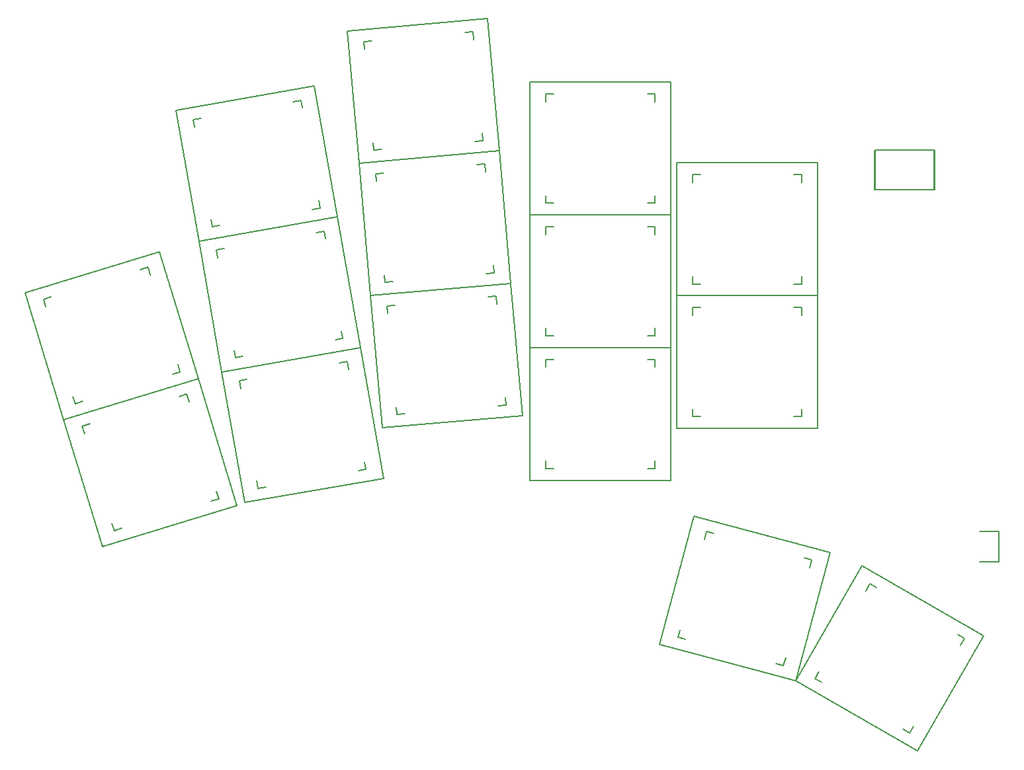
<source format=gbr>
%TF.GenerationSoftware,KiCad,Pcbnew,(6.0.4)*%
%TF.CreationDate,2022-05-15T06:43:47+02:00*%
%TF.ProjectId,battoota,62617474-6f6f-4746-912e-6b696361645f,v1.0.0*%
%TF.SameCoordinates,Original*%
%TF.FileFunction,OtherDrawing,Comment*%
%FSLAX46Y46*%
G04 Gerber Fmt 4.6, Leading zero omitted, Abs format (unit mm)*
G04 Created by KiCad (PCBNEW (6.0.4)) date 2022-05-15 06:43:47*
%MOMM*%
%LPD*%
G01*
G04 APERTURE LIST*
%ADD10C,0.150000*%
G04 APERTURE END LIST*
D10*
%TO.C,T1*%
X166410225Y53758029D02*
X163910225Y53758029D01*
X163910225Y57658029D02*
X166410225Y57658029D01*
X166410225Y57658029D02*
X166410225Y53758029D01*
%TO.C,S11*%
X63451567Y109438376D02*
X63277918Y110423184D01*
X77065227Y112854259D02*
X77238875Y111869451D01*
X79322653Y100051758D02*
X79496302Y99066950D01*
X78511494Y98893302D02*
X79496302Y99066950D01*
X65708993Y96635875D02*
X66693801Y96809524D01*
X81726389Y97937035D02*
X63999850Y94811368D01*
X64262726Y110596832D02*
X63277918Y110423184D01*
X77065227Y112854259D02*
X76080419Y112680610D01*
X78774370Y114678766D02*
X81726389Y97937035D01*
X61047831Y111553099D02*
X78774370Y114678766D01*
X63999850Y94811368D02*
X61047831Y111553099D01*
X65708993Y96635875D02*
X65535345Y97620683D01*
%TO.C,S34*%
X161990823Y43922391D02*
X161490823Y43056365D01*
X148884416Y53221429D02*
X164472874Y44221429D01*
X164472874Y44221429D02*
X155972874Y29498997D01*
X142866467Y38798035D02*
X143732493Y38298035D01*
X149366467Y50056365D02*
X149866467Y50922391D01*
X140384416Y38498997D02*
X148884416Y53221429D01*
X161990823Y43922391D02*
X161124797Y44422391D01*
X155972874Y29498997D02*
X140384416Y38498997D01*
X154124797Y32298035D02*
X154990823Y31798035D01*
X155490823Y32664061D02*
X154990823Y31798035D01*
X142866467Y38798035D02*
X143366467Y39664061D01*
X150732493Y50422391D02*
X149866467Y50922391D01*
%TO.C,S15*%
X103928219Y89430914D02*
X85996715Y87862110D01*
X84515067Y104797420D02*
X102446571Y106366224D01*
X100584916Y104697620D02*
X100672071Y103701425D01*
X100584916Y104697620D02*
X99588721Y104610464D01*
X85996715Y87862110D02*
X84515067Y104797420D01*
X100808901Y90663739D02*
X101805096Y90750894D01*
X102446571Y106366224D02*
X103928219Y89430914D01*
X101717940Y91747089D02*
X101805096Y90750894D01*
X87858370Y89530714D02*
X87771215Y90526909D01*
X87858370Y89530714D02*
X88854565Y89617870D01*
X86725346Y102481245D02*
X86638190Y103477440D01*
X87634385Y103564595D02*
X86638190Y103477440D01*
%TO.C,S21*%
X124411087Y81186017D02*
X106411087Y81186017D01*
X109411087Y96686017D02*
X108411087Y96686017D01*
X122411087Y83686017D02*
X122411087Y82686017D01*
X124411087Y98186017D02*
X124411087Y81186017D01*
X106411087Y81186017D02*
X106411087Y98186017D01*
X122411087Y96686017D02*
X122411087Y95686017D01*
X121411087Y82686017D02*
X122411087Y82686017D01*
X108411087Y95686017D02*
X108411087Y96686017D01*
X122411087Y96686017D02*
X121411087Y96686017D01*
X108411087Y82686017D02*
X108411087Y83686017D01*
X108411087Y82686017D02*
X109411087Y82686017D01*
X106411087Y98186017D02*
X124411087Y98186017D01*
%TO.C,S8*%
X70166764Y77113368D02*
X69181956Y76939720D01*
X87630427Y64453571D02*
X69903888Y61327904D01*
X82969265Y79370795D02*
X83142913Y78385987D01*
X69903888Y61327904D02*
X66951869Y78069635D01*
X84415532Y65409838D02*
X85400340Y65583486D01*
X85226691Y66568294D02*
X85400340Y65583486D01*
X84678408Y81195302D02*
X87630427Y64453571D01*
X66951869Y78069635D02*
X84678408Y81195302D01*
X69355605Y75954912D02*
X69181956Y76939720D01*
X82969265Y79370795D02*
X81984457Y79197146D01*
X71613031Y63152411D02*
X72597839Y63326060D01*
X71613031Y63152411D02*
X71439383Y64137219D01*
%TO.C,S14*%
X89340018Y72595404D02*
X89252863Y73591599D01*
X105409867Y72495604D02*
X87478363Y70926800D01*
X103928219Y89430914D02*
X105409867Y72495604D01*
X85996715Y87862110D02*
X103928219Y89430914D01*
X89116033Y86629285D02*
X88119838Y86542130D01*
X102066564Y87762310D02*
X101070369Y87675154D01*
X87478363Y70926800D02*
X85996715Y87862110D01*
X88206994Y85545935D02*
X88119838Y86542130D01*
X89340018Y72595404D02*
X90336213Y72682560D01*
X102066564Y87762310D02*
X102153719Y86766115D01*
X102290549Y73728429D02*
X103286744Y73815584D01*
X103199588Y74811779D02*
X103286744Y73815584D01*
%TO.C,S20*%
X108411087Y78686017D02*
X108411087Y79686017D01*
X122411087Y66686017D02*
X122411087Y65686017D01*
X106411087Y64186017D02*
X106411087Y81186017D01*
X106411087Y81186017D02*
X124411087Y81186017D01*
X109411087Y79686017D02*
X108411087Y79686017D01*
X122411087Y79686017D02*
X122411087Y78686017D01*
X122411087Y79686017D02*
X121411087Y79686017D01*
X121411087Y65686017D02*
X122411087Y65686017D01*
X124411087Y81186017D02*
X124411087Y64186017D01*
X124411087Y64186017D02*
X106411087Y64186017D01*
X108411087Y65686017D02*
X108411087Y66686017D01*
X108411087Y65686017D02*
X109411087Y65686017D01*
%TO.C,S28*%
X141192000Y86342500D02*
X140192000Y86342500D01*
X140192000Y72342500D02*
X141192000Y72342500D01*
X128192000Y86342500D02*
X127192000Y86342500D01*
X127192000Y85342500D02*
X127192000Y86342500D01*
X143192000Y70842500D02*
X125192000Y70842500D01*
X143192000Y87842500D02*
X143192000Y70842500D01*
X141192000Y86342500D02*
X141192000Y85342500D01*
X141192000Y73342500D02*
X141192000Y72342500D01*
X125192000Y87842500D02*
X143192000Y87842500D01*
X125192000Y70842500D02*
X125192000Y87842500D01*
X127192000Y72342500D02*
X128192000Y72342500D01*
X127192000Y72342500D02*
X127192000Y73342500D01*
%TO.C,S29*%
X143192000Y87842500D02*
X125192000Y87842500D01*
X125192000Y104842500D02*
X143192000Y104842500D01*
X140192000Y89342500D02*
X141192000Y89342500D01*
X127192000Y89342500D02*
X128192000Y89342500D01*
X127192000Y102342500D02*
X127192000Y103342500D01*
X141192000Y103342500D02*
X140192000Y103342500D01*
X125192000Y87842500D02*
X125192000Y104842500D01*
X141192000Y103342500D02*
X141192000Y102342500D01*
X141192000Y90342500D02*
X141192000Y89342500D01*
X127192000Y89342500D02*
X127192000Y90342500D01*
X143192000Y104842500D02*
X143192000Y87842500D01*
X128192000Y103342500D02*
X127192000Y103342500D01*
%TO.C,S33*%
X154124797Y32298035D02*
X154990823Y31798035D01*
X161990823Y43922391D02*
X161490823Y43056365D01*
X142866467Y38798035D02*
X143366467Y39664061D01*
X149366467Y50056365D02*
X149866467Y50922391D01*
X140384416Y38498997D02*
X148884416Y53221429D01*
X155490823Y32664061D02*
X154990823Y31798035D01*
X161990823Y43922391D02*
X161124797Y44422391D01*
X148884416Y53221429D02*
X164472874Y44221429D01*
X164472874Y44221429D02*
X155972874Y29498997D01*
X150732493Y50422391D02*
X149866467Y50922391D01*
X142866467Y38798035D02*
X143732493Y38298035D01*
X155972874Y29498997D02*
X140384416Y38498997D01*
%TO.C,S7*%
X84415532Y65409838D02*
X85400340Y65583486D01*
X71613031Y63152411D02*
X72597839Y63326060D01*
X66951869Y78069635D02*
X84678408Y81195302D01*
X70166764Y77113368D02*
X69181956Y76939720D01*
X69903888Y61327904D02*
X66951869Y78069635D01*
X82969265Y79370795D02*
X83142913Y78385987D01*
X87630427Y64453571D02*
X69903888Y61327904D01*
X82969265Y79370795D02*
X81984457Y79197146D01*
X85226691Y66568294D02*
X85400340Y65583486D01*
X84678408Y81195302D02*
X87630427Y64453571D01*
X71613031Y63152411D02*
X71439383Y64137219D01*
X69355605Y75954912D02*
X69181956Y76939720D01*
%TO.C,T2*%
X166410225Y53758029D02*
X163910225Y53758029D01*
X166410225Y57658029D02*
X166410225Y53758029D01*
X163910225Y57658029D02*
X166410225Y57658029D01*
%TO.C,S5*%
X61290623Y79038736D02*
X61582994Y78082432D01*
X60626689Y77790060D02*
X61582994Y78082432D01*
X45057829Y87669866D02*
X44101524Y87377494D01*
X41750357Y88227208D02*
X58963842Y93489899D01*
X44393895Y86421190D02*
X44101524Y87377494D01*
X48194728Y73989228D02*
X49151032Y74281599D01*
X57489790Y91470698D02*
X57782162Y90514393D01*
X58963842Y93489899D02*
X63934161Y77232718D01*
X63934161Y77232718D02*
X46720676Y71970027D01*
X46720676Y71970027D02*
X41750357Y88227208D01*
X48194728Y73989228D02*
X47902356Y74945533D01*
X57489790Y91470698D02*
X56533486Y91178327D01*
%TO.C,S27*%
X125192000Y70842500D02*
X125192000Y87842500D01*
X125192000Y87842500D02*
X143192000Y87842500D01*
X143192000Y87842500D02*
X143192000Y70842500D01*
X127192000Y85342500D02*
X127192000Y86342500D01*
X141192000Y73342500D02*
X141192000Y72342500D01*
X141192000Y86342500D02*
X140192000Y86342500D01*
X128192000Y86342500D02*
X127192000Y86342500D01*
X127192000Y72342500D02*
X128192000Y72342500D01*
X127192000Y72342500D02*
X127192000Y73342500D01*
X143192000Y70842500D02*
X125192000Y70842500D01*
X140192000Y72342500D02*
X141192000Y72342500D01*
X141192000Y86342500D02*
X141192000Y85342500D01*
%TO.C,S9*%
X80017246Y96112527D02*
X80190894Y95127719D01*
X81726389Y97937034D02*
X84678408Y81195303D01*
X63999850Y94811367D02*
X81726389Y97937034D01*
X82274672Y83310026D02*
X82448321Y82325218D01*
X68661012Y79894143D02*
X69645820Y80067792D01*
X80017246Y96112527D02*
X79032438Y95938878D01*
X81463513Y82151570D02*
X82448321Y82325218D01*
X66951869Y78069636D02*
X63999850Y94811367D01*
X68661012Y79894143D02*
X68487364Y80878951D01*
X66403586Y92696644D02*
X66229937Y93681452D01*
X84678408Y81195303D02*
X66951869Y78069636D01*
X67214745Y93855100D02*
X66229937Y93681452D01*
%TO.C,S16*%
X87634385Y103564595D02*
X86638190Y103477440D01*
X100808901Y90663739D02*
X101805096Y90750894D01*
X100584916Y104697620D02*
X99588721Y104610464D01*
X100584916Y104697620D02*
X100672071Y103701425D01*
X87858370Y89530714D02*
X87771215Y90526909D01*
X86725346Y102481245D02*
X86638190Y103477440D01*
X85996715Y87862110D02*
X84515067Y104797420D01*
X102446571Y106366224D02*
X103928219Y89430914D01*
X103928219Y89430914D02*
X85996715Y87862110D01*
X101717940Y91747089D02*
X101805096Y90750894D01*
X87858370Y89530714D02*
X88854565Y89617870D01*
X84515067Y104797420D02*
X102446571Y106366224D01*
%TO.C,S30*%
X140192000Y89342500D02*
X141192000Y89342500D01*
X141192000Y90342500D02*
X141192000Y89342500D01*
X125192000Y87842500D02*
X125192000Y104842500D01*
X127192000Y89342500D02*
X128192000Y89342500D01*
X127192000Y102342500D02*
X127192000Y103342500D01*
X125192000Y104842500D02*
X143192000Y104842500D01*
X127192000Y89342500D02*
X127192000Y90342500D01*
X141192000Y103342500D02*
X141192000Y102342500D01*
X143192000Y87842500D02*
X125192000Y87842500D01*
X143192000Y104842500D02*
X143192000Y87842500D01*
X128192000Y103342500D02*
X127192000Y103342500D01*
X141192000Y103342500D02*
X140192000Y103342500D01*
%TO.C,S13*%
X89116033Y86629285D02*
X88119838Y86542130D01*
X102066564Y87762310D02*
X102153719Y86766115D01*
X103199588Y74811779D02*
X103286744Y73815584D01*
X87478363Y70926800D02*
X85996715Y87862110D01*
X103928219Y89430914D02*
X105409867Y72495604D01*
X89340018Y72595404D02*
X89252863Y73591599D01*
X105409867Y72495604D02*
X87478363Y70926800D01*
X89340018Y72595404D02*
X90336213Y72682560D01*
X88206994Y85545935D02*
X88119838Y86542130D01*
X102066564Y87762310D02*
X101070369Y87675154D01*
X102290549Y73728429D02*
X103286744Y73815584D01*
X85996715Y87862110D02*
X103928219Y89430914D01*
%TO.C,S24*%
X124411087Y115186017D02*
X124411087Y98186017D01*
X122411087Y113686017D02*
X122411087Y112686017D01*
X106411087Y98186017D02*
X106411087Y115186017D01*
X108411087Y112686017D02*
X108411087Y113686017D01*
X121411087Y99686017D02*
X122411087Y99686017D01*
X108411087Y99686017D02*
X109411087Y99686017D01*
X109411087Y113686017D02*
X108411087Y113686017D01*
X122411087Y113686017D02*
X121411087Y113686017D01*
X108411087Y99686017D02*
X108411087Y100686017D01*
X106411087Y115186017D02*
X124411087Y115186017D01*
X122411087Y100686017D02*
X122411087Y99686017D01*
X124411087Y98186017D02*
X106411087Y98186017D01*
%TO.C,S17*%
X100236293Y108682399D02*
X100323449Y107686204D01*
X84515068Y104797420D02*
X83033420Y121732730D01*
X99327254Y107599049D02*
X100323449Y107686204D01*
X86152738Y120499905D02*
X85156543Y120412750D01*
X102446572Y106366224D02*
X84515068Y104797420D01*
X86376723Y106466024D02*
X87372918Y106553180D01*
X86376723Y106466024D02*
X86289568Y107462219D01*
X100964924Y123301534D02*
X102446572Y106366224D01*
X85243699Y119416555D02*
X85156543Y120412750D01*
X99103269Y121632930D02*
X98107074Y121545774D01*
X83033420Y121732730D02*
X100964924Y123301534D01*
X99103269Y121632930D02*
X99190424Y120636735D01*
%TO.C,S4*%
X63934161Y77232718D02*
X68904480Y60975537D01*
X50028148Y71412685D02*
X49071843Y71120313D01*
X53165047Y57732047D02*
X54121351Y58024418D01*
X65597008Y61532879D02*
X66553313Y61825251D01*
X46720676Y71970027D02*
X63934161Y77232718D01*
X51690995Y55712846D02*
X46720676Y71970027D01*
X49364214Y70164009D02*
X49071843Y71120313D01*
X53165047Y57732047D02*
X52872675Y58688352D01*
X66260942Y62781555D02*
X66553313Y61825251D01*
X62460109Y75213517D02*
X62752481Y74257212D01*
X68904480Y60975537D02*
X51690995Y55712846D01*
X62460109Y75213517D02*
X61503805Y74921146D01*
%TO.C,S10*%
X84678408Y81195303D02*
X66951869Y78069636D01*
X63999850Y94811367D02*
X81726389Y97937034D01*
X82274672Y83310026D02*
X82448321Y82325218D01*
X66403586Y92696644D02*
X66229937Y93681452D01*
X67214745Y93855100D02*
X66229937Y93681452D01*
X80017246Y96112527D02*
X80190894Y95127719D01*
X81463513Y82151570D02*
X82448321Y82325218D01*
X80017246Y96112527D02*
X79032438Y95938878D01*
X81726389Y97937034D02*
X84678408Y81195303D01*
X68661012Y79894143D02*
X69645820Y80067792D01*
X68661012Y79894143D02*
X68487364Y80878951D01*
X66951869Y78069636D02*
X63999850Y94811367D01*
%TO.C,S22*%
X108411087Y82686017D02*
X109411087Y82686017D01*
X124411087Y81186017D02*
X106411087Y81186017D01*
X122411087Y96686017D02*
X121411087Y96686017D01*
X122411087Y96686017D02*
X122411087Y95686017D01*
X122411087Y83686017D02*
X122411087Y82686017D01*
X106411087Y81186017D02*
X106411087Y98186017D01*
X109411087Y96686017D02*
X108411087Y96686017D01*
X108411087Y82686017D02*
X108411087Y83686017D01*
X121411087Y82686017D02*
X122411087Y82686017D01*
X108411087Y95686017D02*
X108411087Y96686017D01*
X106411087Y98186017D02*
X124411087Y98186017D01*
X124411087Y98186017D02*
X124411087Y81186017D01*
%TO.C,S31*%
X125317832Y44088991D02*
X126283758Y43830171D01*
X137874868Y40724343D02*
X138840793Y40465524D01*
X128682479Y56646026D02*
X128941299Y57611952D01*
X142464260Y53988485D02*
X142205441Y53022560D01*
X122997752Y43157740D02*
X127397675Y59578479D01*
X140384417Y38498997D02*
X122997752Y43157740D01*
X142464260Y53988485D02*
X141498334Y54247305D01*
X139099613Y41431450D02*
X138840793Y40465524D01*
X129907224Y57353133D02*
X128941299Y57611952D01*
X144784340Y54919736D02*
X140384417Y38498997D01*
X125317832Y44088991D02*
X125576651Y45054916D01*
X127397675Y59578479D02*
X144784340Y54919736D01*
%TO.C,MCU1*%
X150547213Y101396542D02*
X150547213Y106476542D01*
X150508690Y101396542D02*
X150508690Y106476542D01*
X158128690Y101396542D02*
X150508690Y101396542D01*
X150547213Y106476542D02*
X158167213Y106476542D01*
X158167213Y106476542D02*
X158167213Y101396542D01*
X158167213Y101396542D02*
X150547213Y101396542D01*
X158128690Y106476542D02*
X158128690Y101396542D01*
%TO.C,S3*%
X50028148Y71412685D02*
X49071843Y71120313D01*
X62460109Y75213517D02*
X61503805Y74921146D01*
X51690995Y55712846D02*
X46720676Y71970027D01*
X53165047Y57732047D02*
X54121351Y58024418D01*
X62460109Y75213517D02*
X62752481Y74257212D01*
X46720676Y71970027D02*
X63934161Y77232718D01*
X49364214Y70164009D02*
X49071843Y71120313D01*
X65597008Y61532879D02*
X66553313Y61825251D01*
X63934161Y77232718D02*
X68904480Y60975537D01*
X53165047Y57732047D02*
X52872675Y58688352D01*
X66260942Y62781555D02*
X66553313Y61825251D01*
X68904480Y60975537D02*
X51690995Y55712846D01*
%TO.C,S32*%
X128682479Y56646026D02*
X128941299Y57611952D01*
X142464260Y53988485D02*
X141498334Y54247305D01*
X125317832Y44088991D02*
X125576651Y45054916D01*
X140384417Y38498997D02*
X122997752Y43157740D01*
X139099613Y41431450D02*
X138840793Y40465524D01*
X137874868Y40724343D02*
X138840793Y40465524D01*
X125317832Y44088991D02*
X126283758Y43830171D01*
X122997752Y43157740D02*
X127397675Y59578479D01*
X142464260Y53988485D02*
X142205441Y53022560D01*
X129907224Y57353133D02*
X128941299Y57611952D01*
X144784340Y54919736D02*
X140384417Y38498997D01*
X127397675Y59578479D02*
X144784340Y54919736D01*
%TO.C,S12*%
X63999850Y94811368D02*
X61047831Y111553099D01*
X61047831Y111553099D02*
X78774370Y114678766D01*
X63451567Y109438376D02*
X63277918Y110423184D01*
X78511494Y98893302D02*
X79496302Y99066950D01*
X77065227Y112854259D02*
X77238875Y111869451D01*
X65708993Y96635875D02*
X66693801Y96809524D01*
X79322653Y100051758D02*
X79496302Y99066950D01*
X77065227Y112854259D02*
X76080419Y112680610D01*
X78774370Y114678766D02*
X81726389Y97937035D01*
X64262726Y110596832D02*
X63277918Y110423184D01*
X65708993Y96635875D02*
X65535345Y97620683D01*
X81726389Y97937035D02*
X63999850Y94811368D01*
%TO.C,S23*%
X121411087Y99686017D02*
X122411087Y99686017D01*
X108411087Y99686017D02*
X108411087Y100686017D01*
X106411087Y115186017D02*
X124411087Y115186017D01*
X122411087Y100686017D02*
X122411087Y99686017D01*
X106411087Y98186017D02*
X106411087Y115186017D01*
X109411087Y113686017D02*
X108411087Y113686017D01*
X122411087Y113686017D02*
X122411087Y112686017D01*
X108411087Y99686017D02*
X109411087Y99686017D01*
X122411087Y113686017D02*
X121411087Y113686017D01*
X124411087Y115186017D02*
X124411087Y98186017D01*
X124411087Y98186017D02*
X106411087Y98186017D01*
X108411087Y112686017D02*
X108411087Y113686017D01*
%TO.C,S6*%
X45057829Y87669866D02*
X44101524Y87377494D01*
X44393895Y86421190D02*
X44101524Y87377494D01*
X57489790Y91470698D02*
X57782162Y90514393D01*
X63934161Y77232718D02*
X46720676Y71970027D01*
X48194728Y73989228D02*
X47902356Y74945533D01*
X41750357Y88227208D02*
X58963842Y93489899D01*
X60626689Y77790060D02*
X61582994Y78082432D01*
X46720676Y71970027D02*
X41750357Y88227208D01*
X58963842Y93489899D02*
X63934161Y77232718D01*
X57489790Y91470698D02*
X56533486Y91178327D01*
X61290623Y79038736D02*
X61582994Y78082432D01*
X48194728Y73989228D02*
X49151032Y74281599D01*
%TO.C,S19*%
X108411087Y65686017D02*
X109411087Y65686017D01*
X121411087Y65686017D02*
X122411087Y65686017D01*
X108411087Y78686017D02*
X108411087Y79686017D01*
X122411087Y79686017D02*
X122411087Y78686017D01*
X124411087Y64186017D02*
X106411087Y64186017D01*
X106411087Y81186017D02*
X124411087Y81186017D01*
X108411087Y65686017D02*
X108411087Y66686017D01*
X124411087Y81186017D02*
X124411087Y64186017D01*
X122411087Y79686017D02*
X121411087Y79686017D01*
X109411087Y79686017D02*
X108411087Y79686017D01*
X122411087Y66686017D02*
X122411087Y65686017D01*
X106411087Y64186017D02*
X106411087Y81186017D01*
%TO.C,S18*%
X86376723Y106466024D02*
X87372918Y106553180D01*
X85243699Y119416555D02*
X85156543Y120412750D01*
X100964924Y123301534D02*
X102446572Y106366224D01*
X86152738Y120499905D02*
X85156543Y120412750D01*
X84515068Y104797420D02*
X83033420Y121732730D01*
X102446572Y106366224D02*
X84515068Y104797420D01*
X99327254Y107599049D02*
X100323449Y107686204D01*
X86376723Y106466024D02*
X86289568Y107462219D01*
X100236293Y108682399D02*
X100323449Y107686204D01*
X99103269Y121632930D02*
X98107074Y121545774D01*
X83033420Y121732730D02*
X100964924Y123301534D01*
X99103269Y121632930D02*
X99190424Y120636735D01*
%TD*%
M02*

</source>
